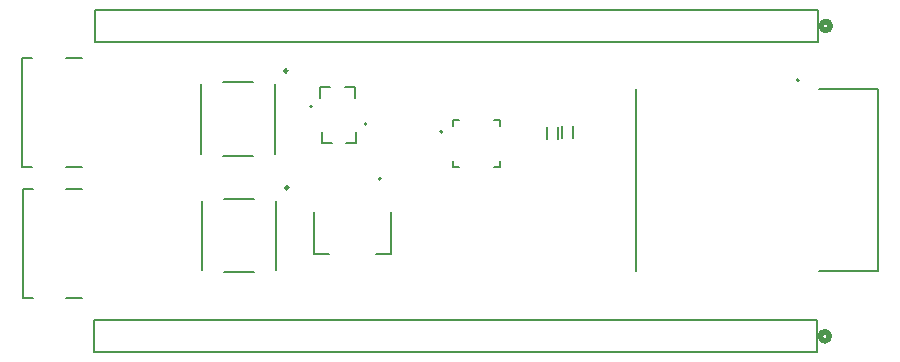
<source format=gbr>
%TF.GenerationSoftware,Altium Limited,Altium Designer,24.1.2 (44)*%
G04 Layer_Color=65535*
%FSLAX45Y45*%
%MOMM*%
%TF.SameCoordinates,B732CBCC-E828-4C79-96F4-07D60C07BBD8*%
%TF.FilePolarity,Positive*%
%TF.FileFunction,Legend,Top*%
%TF.Part,Single*%
G01*
G75*
%TA.AperFunction,NonConductor*%
%ADD42C,0.20000*%
%ADD43C,0.50800*%
%ADD44C,0.25400*%
%ADD45C,0.12700*%
%ADD46C,0.15240*%
%ADD47C,0.15000*%
D42*
X3515000Y1890000D02*
G03*
X3515000Y1890000I-10000J0D01*
G01*
X2992500Y1492500D02*
G03*
X2992500Y1492500I-10000J0D01*
G01*
X6532500Y2325000D02*
G03*
X6532500Y2325000I-10000J0D01*
G01*
X2872500Y1956000D02*
G03*
X2872500Y1956000I-10000J0D01*
G01*
X2410000Y2102500D02*
G03*
X2410000Y2102500I-10000J0D01*
G01*
D43*
X6797800Y2785000D02*
G03*
X6721600Y2785000I-38100J0D01*
G01*
D02*
G03*
X6797800Y2785000I38100J0D01*
G01*
X6789800Y157500D02*
G03*
X6713600Y157500I-38100J0D01*
G01*
D02*
G03*
X6789800Y157500I38100J0D01*
G01*
D44*
X2196400Y1403700D02*
G03*
X2196400Y1429100I0J12700D01*
G01*
D02*
G03*
X2196400Y1403700I0J-12700D01*
G01*
X2188900Y2416600D02*
G03*
X2188900Y2391200I0J-12700D01*
G01*
D02*
G03*
X2188900Y2416600I0J12700D01*
G01*
D45*
X3602500Y1935500D02*
Y1990000D01*
Y1590000D02*
Y1644500D01*
X4002500Y1935500D02*
Y1990000D01*
Y1590000D02*
Y1644500D01*
X3602500Y1990000D02*
X3657000D01*
X3602500Y1590000D02*
X3657000D01*
X3948000Y1990000D02*
X4002500D01*
X3948000Y1590000D02*
X4002500D01*
X2427500Y857500D02*
Y1207500D01*
Y857500D02*
X2551500D01*
X3077500D02*
Y1207500D01*
X2953500Y857500D02*
X3077500D01*
X6700000Y2250000D02*
X7205000D01*
X5155000Y710000D02*
Y2250000D01*
X6700000Y710000D02*
X7205000D01*
Y2250000D01*
X2492500Y1790000D02*
Y1884000D01*
X2782500Y1790000D02*
Y1884000D01*
X2699500Y1790000D02*
X2782500D01*
X2492500D02*
X2575500D01*
X4496000Y1830000D02*
Y1930000D01*
X4399000Y1830000D02*
Y1930000D01*
X4621000Y1838500D02*
Y1938500D01*
X4524000Y1838500D02*
Y1938500D01*
X2770000Y2174500D02*
Y2268500D01*
X2480000Y2174500D02*
Y2268500D01*
X2563000D01*
X2687000D02*
X2770000D01*
D46*
X574800Y2647840D02*
Y2922160D01*
X6696200D01*
Y2647840D02*
Y2922160D01*
X574800Y2647840D02*
X6696200D01*
X1663000Y1322420D02*
X1917000D01*
X2102420Y715360D02*
Y1304640D01*
X1663000Y697580D02*
X1917000D01*
X1477580Y715360D02*
Y1304640D01*
X566800Y20340D02*
Y294660D01*
X6688200D01*
Y20340D02*
Y294660D01*
X566800Y20340D02*
X6688200D01*
X1470080Y1702860D02*
Y2292140D01*
X1655500Y1685080D02*
X1909500D01*
X2094920Y1702860D02*
Y2292140D01*
X1655500Y2309920D02*
X1909500D01*
D47*
X324500Y2514500D02*
X460500D01*
X324500Y1590500D02*
X460500D01*
X-42500D02*
X40500D01*
X-42500D02*
Y2514500D01*
X40500D01*
X329500Y1404000D02*
X465500D01*
X329500Y480000D02*
X465500D01*
X-37500D02*
X45500D01*
X-37500D02*
Y1404000D01*
X45500D01*
%TF.MD5,9eccdad4cb7f5a18ba1431b66ae69743*%
M02*

</source>
